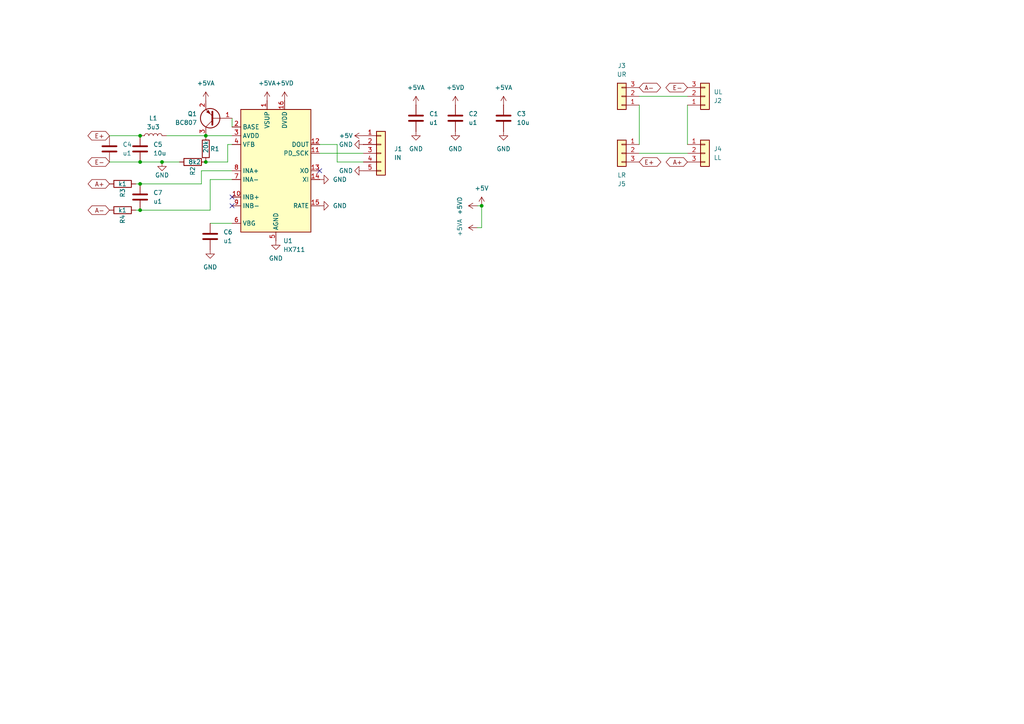
<source format=kicad_sch>
(kicad_sch (version 20250114) (generator "eeschema") (generator_version "9.0")
  (paper "A4")
  (lib_symbols
    (symbol "Analog_ADC:HX711"
      (property "Reference" "U" (at 5.08 21.59 0))
      (property "Value" "HX711" (at 7.62 19.05 0))
      (symbol "HX711_0_1"
        (rectangle (start -10.16 17.78) (end 10.16 -17.78) (stroke (width 0.254)) (fill (type background)))
      )
      (symbol "HX711_1_1"
        (pin passive line (at -12.7 12.7 0) (length 2.54) (name "BASE") (number "2"))
        (pin power_in line (at -12.7 10.16 0) (length 2.54) (name "AVDD") (number "3"))
        (pin input line (at -12.7 7.62 0) (length 2.54) (name "VFB") (number "4"))
        (pin input line (at -12.7 0 0) (length 2.54) (name "INA+") (number "8"))
        (pin input line (at -12.7 -2.54 0) (length 2.54) (name "INA-") (number "7"))
        (pin input line (at -12.7 -7.62 0) (length 2.54) (name "INB+") (number "10"))
        (pin input line (at -12.7 -10.16 0) (length 2.54) (name "INB-") (number "9"))
        (pin passive line (at -12.7 -15.24 0) (length 2.54) (name "VBG") (number "6"))
        (pin power_in line (at -2.54 20.32 270) (length 2.54) (name "VSUP") (number "1"))
        (pin power_in line (at 0 -20.32 90) (length 2.54) (name "AGND") (number "5"))
        (pin power_in line (at 2.54 20.32 270) (length 2.54) (name "DVDD") (number "16"))
        (pin output line (at 12.7 7.62 180) (length 2.54) (name "DOUT") (number "12"))
        (pin input line (at 12.7 5.08 180) (length 2.54) (name "PD_SCK") (number "11"))
        (pin passive line (at 12.7 0 180) (length 2.54) (name "XO") (number "13"))
        (pin passive line (at 12.7 -2.54 180) (length 2.54) (name "XI") (number "14"))
        (pin input line (at 12.7 -10.16 180) (length 2.54) (name "RATE") (number "15"))
      )
    )
    (symbol "Connector_Generic:Conn_01x03" (pin_names (offset 1.016) (hide yes))
      (property "Reference" "J" (at 0 5.08 0))
      (property "Value" "Conn_01x03" (at 0 -5.08 0))
      (symbol "Conn_01x03_1_1"
        (rectangle (start -1.27 3.81) (end 1.27 -3.81) (stroke (width 0.254)) (fill (type background)))
        (rectangle (start -1.27 2.667) (end 0 2.413) (stroke (width 0.1524)))
        (rectangle (start -1.27 0.127) (end 0 -0.127) (stroke (width 0.1524)))
        (rectangle (start -1.27 -2.413) (end 0 -2.667) (stroke (width 0.1524)))
        (pin passive line (at -5.08 2.54 0) (length 3.81) (name "Pin_1") (number "1"))
        (pin passive line (at -5.08 0 0) (length 3.81) (name "Pin_2") (number "2"))
        (pin passive line (at -5.08 -2.54 0) (length 3.81) (name "Pin_3") (number "3"))
      )
    )
    (symbol "Connector_Generic:Conn_01x05" (pin_names (offset 1.016) (hide yes))
      (property "Reference" "J" (at 0 7.62 0))
      (property "Value" "Conn_01x05" (at 0 -7.62 0))
      (symbol "Conn_01x05_1_1"
        (rectangle (start -1.27 6.35) (end 1.27 -6.35) (stroke (width 0.254)) (fill (type background)))
        (rectangle (start -1.27 5.207) (end 0 4.953) (stroke (width 0.1524)))
        (rectangle (start -1.27 2.667) (end 0 2.413) (stroke (width 0.1524)))
        (rectangle (start -1.27 0.127) (end 0 -0.127) (stroke (width 0.1524)))
        (rectangle (start -1.27 -2.413) (end 0 -2.667) (stroke (width 0.1524)))
        (rectangle (start -1.27 -4.953) (end 0 -5.207) (stroke (width 0.1524)))
        (pin passive line (at -5.08 5.08 0) (length 3.81) (name "Pin_1") (number "1"))
        (pin passive line (at -5.08 2.54 0) (length 3.81) (name "Pin_2") (number "2"))
        (pin passive line (at -5.08 0 0) (length 3.81) (name "Pin_3") (number "3"))
        (pin passive line (at -5.08 -2.54 0) (length 3.81) (name "Pin_4") (number "4"))
        (pin passive line (at -5.08 -5.08 0) (length 3.81) (name "Pin_5") (number "5"))
      )
    )
    (symbol "Device:C" (pin_numbers (hide yes)) (pin_names (offset 0.254))
      (property "Reference" "C" (at 0.635 2.54 0))
      (property "Value" "C" (at 0.635 -2.54 0))
      (symbol "C_0_1"
        (polyline (pts (xy -2.032 0.762) (xy 2.032 0.762)) (stroke (width 0.508)))
        (polyline (pts (xy -2.032 -0.762) (xy 2.032 -0.762)) (stroke (width 0.508)))
      )
      (symbol "C_1_1"
        (pin passive line (at 0 3.81 270) (length 2.794) (name "~") (number "1"))
        (pin passive line (at 0 -3.81 90) (length 2.794) (name "~") (number "2"))
      )
    )
    (symbol "Device:L" (pin_numbers (hide yes)) (pin_names (offset 1.016) (hide yes))
      (property "Reference" "L" (at -1.27 0 90))
      (property "Value" "L" (at 1.905 0 90))
      (symbol "L_0_1"
        (arc (start 0 2.54) (mid 0.6323 1.905) (end 0 1.27))
        (arc (start 0 1.27) (mid 0.6323 0.635) (end 0 0))
        (arc (start 0 0) (mid 0.6323 -0.635) (end 0 -1.27))
        (arc (start 0 -1.27) (mid 0.6323 -1.905) (end 0 -2.54))
      )
      (symbol "L_1_1"
        (pin passive line (at 0 3.81 270) (length 1.27) (name "1") (number "1"))
        (pin passive line (at 0 -3.81 90) (length 1.27) (name "2") (number "2"))
      )
    )
    (symbol "Device:R" (pin_numbers (hide yes)) (pin_names (offset 0))
      (property "Reference" "R" (at 2.032 0 90))
      (property "Value" "R" (at 0 0 90))
      (symbol "R_0_1"
        (rectangle (start -1.016 -2.54) (end 1.016 2.54) (stroke (width 0.254)))
      )
      (symbol "R_1_1"
        (pin passive line (at 0 3.81 270) (length 1.27) (name "~") (number "1"))
        (pin passive line (at 0 -3.81 90) (length 1.27) (name "~") (number "2"))
      )
    )
    (symbol "Transistor_BJT:BC807" (pin_names (offset 0) (hide yes))
      (property "Reference" "Q" (at 5.08 1.905 0))
      (property "Value" "BC807" (at 5.08 0 0))
      (symbol "BC807_0_1"
        (polyline (pts (xy -2.54 0) (xy 0.635 0)))
        (polyline (pts (xy 0.635 1.905) (xy 0.635 -1.905)) (stroke (width 0.508)))
        (polyline (pts (xy 0.635 0.635) (xy 2.54 2.54)))
        (polyline (pts (xy 0.635 -0.635) (xy 2.54 -2.54)))
        (circle (center 1.27 0) (radius 2.8194) (stroke (width 0.254)))
        (polyline (pts (xy 2.286 -1.778) (xy 1.778 -2.286) (xy 1.27 -1.27) (xy 2.286 -1.778)) (fill (type outline)))
      )
      (symbol "BC807_1_1"
        (pin input line (at -5.08 0 0) (length 2.54) (name "B") (number "1"))
        (pin passive line (at 2.54 5.08 270) (length 2.54) (name "C") (number "3"))
        (pin passive line (at 2.54 -5.08 90) (length 2.54) (name "E") (number "2"))
      )
    )
    (symbol "power:+5V" (power) (pin_numbers (hide yes)) (pin_names (offset 0) (hide yes))
      (property "Value" "+5V" (at 0 3.556 0))
      (symbol "+5V_0_1"
        (polyline (pts (xy -0.762 1.27) (xy 0 2.54)))
        (polyline (pts (xy 0 2.54) (xy 0.762 1.27)))
        (polyline (pts (xy 0 0) (xy 0 2.54)))
      )
      (symbol "+5V_1_1"
        (pin power_in line (at 0 0 90) (length 0) (name "~") (number "1"))
      )
    )
    (symbol "power:+5VA" (power) (pin_numbers (hide yes)) (pin_names (offset 0) (hide yes))
      (property "Value" "+5VA" (at 0 3.556 0))
      (symbol "+5VA_0_1"
        (polyline (pts (xy -0.762 1.27) (xy 0 2.54)))
        (polyline (pts (xy 0 2.54) (xy 0.762 1.27)))
        (polyline (pts (xy 0 0) (xy 0 2.54)))
      )
      (symbol "+5VA_1_1"
        (pin power_in line (at 0 0 90) (length 0) (name "~") (number "1"))
      )
    )
    (symbol "power:+5VD" (power) (pin_numbers (hide yes)) (pin_names (offset 0) (hide yes))
      (property "Value" "+5VD" (at 0 3.556 0))
      (symbol "+5VD_0_1"
        (polyline (pts (xy -0.762 1.27) (xy 0 2.54)))
        (polyline (pts (xy 0 2.54) (xy 0.762 1.27)))
        (polyline (pts (xy 0 0) (xy 0 2.54)))
      )
      (symbol "+5VD_1_1"
        (pin power_in line (at 0 0 90) (length 0) (name "~") (number "1"))
      )
    )
    (symbol "power:GND" (power) (pin_numbers (hide yes)) (pin_names (offset 0) (hide yes))
      (property "Value" "GND" (at 0 -3.81 0))
      (symbol "GND_0_1"
        (polyline (pts (xy 0 0) (xy 0 -1.27) (xy 1.27 -1.27) (xy 0 -2.54) (xy -1.27 -1.27) (xy 0 -1.27)))
      )
      (symbol "GND_1_1"
        (pin power_in line (at 0 0 270) (length 0) (name "~") (number "1"))
      )
    )
  )
  (junction (at 40.64 46.99))
  (junction (at 40.64 53.34))
  (junction (at 59.69 46.99))
  (junction (at 40.64 60.96))
  (junction (at 59.69 39.37))
  (junction (at 40.64 39.37))
  (junction (at 139.7 59.69))
  (junction (at 46.99 46.99))
  (no_connect (at 67.31 59.69))
  (no_connect (at 67.31 57.15))
  (no_connect (at 92.71 49.53))
  (wire (pts (xy 60.96 64.77) (xy 67.31 64.77)))
  (wire (pts (xy 139.7 66.04) (xy 139.7 59.69)))
  (wire (pts (xy 97.79 41.91) (xy 97.79 46.99)))
  (wire (pts (xy 66.04 46.99) (xy 59.69 46.99)))
  (wire (pts (xy 58.42 49.53) (xy 58.42 53.34)))
  (wire (pts (xy 40.64 46.99) (xy 46.99 46.99)))
  (wire (pts (xy 58.42 49.53) (xy 67.31 49.53)))
  (wire (pts (xy 138.43 59.69) (xy 139.7 59.69)))
  (wire (pts (xy 39.37 60.96) (xy 40.64 60.96)))
  (wire (pts (xy 67.31 34.29) (xy 67.31 36.83)))
  (wire (pts (xy 67.31 52.07) (xy 60.96 52.07)))
  (wire (pts (xy 185.42 44.45) (xy 199.39 44.45)))
  (wire (pts (xy 185.42 27.94) (xy 199.39 27.94)))
  (wire (pts (xy 67.31 41.91) (xy 66.04 41.91)))
  (wire (pts (xy 48.26 39.37) (xy 59.69 39.37)))
  (wire (pts (xy 60.96 60.96) (xy 40.64 60.96)))
  (wire (pts (xy 92.71 44.45) (xy 105.41 44.45)))
  (wire (pts (xy 60.96 52.07) (xy 60.96 60.96)))
  (wire (pts (xy 92.71 41.91) (xy 97.79 41.91)))
  (wire (pts (xy 58.42 53.34) (xy 40.64 53.34)))
  (wire (pts (xy 31.75 46.99) (xy 40.64 46.99)))
  (wire (pts (xy 31.75 39.37) (xy 40.64 39.37)))
  (wire (pts (xy 185.42 30.48) (xy 185.42 41.91)))
  (wire (pts (xy 59.69 39.37) (xy 67.31 39.37)))
  (wire (pts (xy 97.79 46.99) (xy 105.41 46.99)))
  (wire (pts (xy 46.99 46.99) (xy 52.07 46.99)))
  (wire (pts (xy 138.43 66.04) (xy 139.7 66.04)))
  (wire (pts (xy 39.37 53.34) (xy 40.64 53.34)))
  (wire (pts (xy 199.39 30.48) (xy 199.39 41.91)))
  (wire (pts (xy 66.04 41.91) (xy 66.04 46.99)))
  (global_label "A-" (shape bidirectional) (at 185.42 25.4 0) (property "Intersheetrefs" "${INTERSHEET_REFS}" (effects (hide yes))))
  (global_label "E-" (shape bidirectional) (at 199.39 25.4 180) (property "Intersheetrefs" "${INTERSHEET_REFS}" (effects (hide yes))))
  (global_label "A+" (shape bidirectional) (at 31.75 53.34 180) (property "Intersheetrefs" "${INTERSHEET_REFS}" (effects (hide yes))))
  (global_label "E+" (shape bidirectional) (at 185.42 46.99 0) (property "Intersheetrefs" "${INTERSHEET_REFS}" (effects (hide yes))))
  (global_label "A+" (shape bidirectional) (at 199.39 46.99 180) (property "Intersheetrefs" "${INTERSHEET_REFS}" (effects (hide yes))))
  (global_label "E-" (shape bidirectional) (at 31.75 46.99 180) (property "Intersheetrefs" "${INTERSHEET_REFS}" (effects (hide yes))))
  (global_label "A-" (shape bidirectional) (at 31.75 60.96 180) (property "Intersheetrefs" "${INTERSHEET_REFS}" (effects (hide yes))))
  (global_label "E+" (shape bidirectional) (at 31.75 39.37 180) (property "Intersheetrefs" "${INTERSHEET_REFS}" (effects (hide yes))))
  (symbol (lib_id "Device:R") (at 35.56 53.34 270) (unit 1)
    (property "Reference" "R3" (at 35.56 54.61 0) (effects (justify left)))
    (property "Value" "k1" (at 34.29 53.34 90) (effects (justify left)))
    (property "Footprint" "Resistor_SMD:R_0805_2012Metric_Pad1.20x1.40mm_HandSolder" (effects (hide yes)))
    (property "Description" "Resistor" (effects (hide yes)))
  )
  (symbol (lib_id "power:+5VA") (at 146.05 30.48 0) (unit 1)
    (property "Reference" "#PWR08" (effects (hide yes)))
    (property "Value" "+5VA" (at 146.05 25.4 0))
    (property "Description" "Power symbol creates a global label with name \"+5VA\"" (effects (hide yes)))
  )
  (symbol (lib_id "Device:C") (at 132.08 34.29 0) (unit 1)
    (property "Reference" "C2" (at 135.89 33.0199 0) (effects (justify left)))
    (property "Value" "u1" (at 135.89 35.5599 0) (effects (justify left)))
    (property "Footprint" "Capacitor_SMD:C_0805_2012Metric_Pad1.18x1.45mm_HandSolder" (effects (hide yes)))
    (property "Description" "Unpolarized capacitor" (effects (hide yes)))
  )
  (symbol (lib_id "power:GND") (at 120.65 38.1 0) (unit 1)
    (property "Reference" "#PWR03" (effects (hide yes)))
    (property "Value" "GND" (at 120.65 43.18 0))
    (property "Description" "Power symbol creates a global label with name \"GND\" , ground" (effects (hide yes)))
  )
  (symbol (lib_id "power:+5V") (at 105.41 39.37 90) (unit 1)
    (property "Reference" "#PWR02" (effects (hide yes)))
    (property "Value" "+5V" (at 100.33 39.37 90))
    (property "Description" "Power symbol creates a global label with name \"+5V\"" (effects (hide yes)))
  )
  (symbol (lib_id "power:GND") (at 105.41 49.53 270) (unit 1)
    (property "Reference" "#PWR020" (effects (hide yes)))
    (property "Value" "GND" (at 100.33 49.53 90))
    (property "Description" "Power symbol creates a global label with name \"GND\" , ground" (effects (hide yes)))
  )
  (symbol (lib_id "Connector_Generic:Conn_01x03") (at 180.34 44.45 0) (mirror y) (unit 1)
    (property "Reference" "J5" (at 180.34 53.34 0))
    (property "Value" "LR" (at 180.34 50.8 0))
    (property "Footprint" "Connector_JST:JST_XH_B3B-XH-A_1x03_P2.50mm_Vertical" (effects (hide yes)))
    (property "Description" "Generic connector, single row, 01x03, script generated (kicad-library-utils/schlib/autogen/connector/)" (effects (hide yes)))
  )
  (symbol (lib_id "Connector_Generic:Conn_01x03") (at 204.47 44.45 0) (unit 1)
    (property "Reference" "J4" (at 207.01 43.1799 0) (effects (justify left)))
    (property "Value" "LL" (at 207.01 45.7199 0) (effects (justify left)))
    (property "Footprint" "Connector_JST:JST_XH_B3B-XH-A_1x03_P2.50mm_Vertical" (effects (hide yes)))
    (property "Description" "Generic connector, single row, 01x03, script generated (kicad-library-utils/schlib/autogen/connector/)" (effects (hide yes)))
  )
  (symbol (lib_id "Device:R") (at 59.69 43.18 0) (unit 1)
    (property "Reference" "R1" (at 60.96 43.18 0) (effects (justify left)))
    (property "Value" "20k" (at 59.69 44.45 90) (effects (justify left)))
    (property "Footprint" "Resistor_SMD:R_0805_2012Metric_Pad1.20x1.40mm_HandSolder" (effects (hide yes)))
    (property "Description" "Resistor" (effects (hide yes)))
  )
  (symbol (lib_id "power:GND") (at 80.01 69.85 0) (unit 1)
    (property "Reference" "#PWR010" (effects (hide yes)))
    (property "Value" "GND" (at 80.01 74.93 0))
    (property "Description" "Power symbol creates a global label with name \"GND\" , ground" (effects (hide yes)))
  )
  (symbol (lib_id "power:+5V") (at 139.7 59.69 0) (unit 1)
    (property "Reference" "#PWR017" (effects (hide yes)))
    (property "Value" "+5V" (at 139.7 54.61 0))
    (property "Description" "Power symbol creates a global label with name \"+5V\"" (effects (hide yes)))
  )
  (symbol (lib_id "Device:C") (at 60.96 68.58 0) (unit 1)
    (property "Reference" "C6" (at 64.77 67.3099 0) (effects (justify left)))
    (property "Value" "u1" (at 64.77 69.8499 0) (effects (justify left)))
    (property "Footprint" "Capacitor_SMD:C_0805_2012Metric_Pad1.18x1.45mm_HandSolder" (effects (hide yes)))
    (property "Description" "Unpolarized capacitor" (effects (hide yes)))
  )
  (symbol (lib_id "Device:C") (at 40.64 43.18 0) (unit 1)
    (property "Reference" "C5" (at 44.45 41.9099 0) (effects (justify left)))
    (property "Value" "10u" (at 44.45 44.4499 0) (effects (justify left)))
    (property "Footprint" "Capacitor_SMD:C_0805_2012Metric_Pad1.18x1.45mm_HandSolder" (effects (hide yes)))
    (property "Description" "Unpolarized capacitor" (effects (hide yes)))
  )
  (symbol (lib_id "power:GND") (at 132.08 38.1 0) (unit 1)
    (property "Reference" "#PWR04" (effects (hide yes)))
    (property "Value" "GND" (at 132.08 43.18 0))
    (property "Description" "Power symbol creates a global label with name \"GND\" , ground" (effects (hide yes)))
  )
  (symbol (lib_id "power:+5VD") (at 132.08 30.48 0) (unit 1)
    (property "Reference" "#PWR07" (effects (hide yes)))
    (property "Value" "+5VD" (at 132.08 25.4 0))
    (property "Description" "Power symbol creates a global label with name \"+5VD\"" (effects (hide yes)))
  )
  (symbol (lib_id "Connector_Generic:Conn_01x03") (at 204.47 27.94 0) (mirror x) (unit 1)
    (property "Reference" "J2" (at 207.01 29.2101 0) (effects (justify left)))
    (property "Value" "UL" (at 207.01 26.6701 0) (effects (justify left)))
    (property "Footprint" "Connector_JST:JST_XH_B3B-XH-A_1x03_P2.50mm_Vertical" (effects (hide yes)))
    (property "Description" "Generic connector, single row, 01x03, script generated (kicad-library-utils/schlib/autogen/connector/)" (effects (hide yes)))
  )
  (symbol (lib_id "power:GND") (at 46.99 46.99 0) (unit 1)
    (property "Reference" "#PWR014" (effects (hide yes)))
    (property "Value" "GND" (at 46.99 50.8 0))
    (property "Description" "Power symbol creates a global label with name \"GND\" , ground" (effects (hide yes)))
  )
  (symbol (lib_id "Device:R") (at 35.56 60.96 270) (unit 1)
    (property "Reference" "R4" (at 35.56 62.23 0) (effects (justify left)))
    (property "Value" "k1" (at 34.29 60.96 90) (effects (justify left)))
    (property "Footprint" "Resistor_SMD:R_0805_2012Metric_Pad1.20x1.40mm_HandSolder" (effects (hide yes)))
    (property "Description" "Resistor" (effects (hide yes)))
  )
  (symbol (lib_id "Device:C") (at 120.65 34.29 0) (unit 1)
    (property "Reference" "C1" (at 124.46 33.0199 0) (effects (justify left)))
    (property "Value" "u1" (at 124.46 35.5599 0) (effects (justify left)))
    (property "Footprint" "Capacitor_SMD:C_0805_2012Metric_Pad1.18x1.45mm_HandSolder" (effects (hide yes)))
    (property "Description" "Unpolarized capacitor" (effects (hide yes)))
  )
  (symbol (lib_id "power:GND") (at 92.71 59.69 90) (unit 1)
    (property "Reference" "#PWR011" (effects (hide yes)))
    (property "Value" "GND" (at 96.52 59.6899 90) (effects (justify right)))
    (property "Description" "Power symbol creates a global label with name \"GND\" , ground" (effects (hide yes)))
  )
  (symbol (lib_id "power:+5VA") (at 138.43 66.04 90) (unit 1)
    (property "Reference" "#PWR018" (effects (hide yes)))
    (property "Value" "+5VA" (at 133.35 66.04 0))
    (property "Description" "Power symbol creates a global label with name \"+5VA\"" (effects (hide yes)))
  )
  (symbol (lib_id "Connector_Generic:Conn_01x03") (at 180.34 27.94 180) (unit 1)
    (property "Reference" "J3" (at 180.34 19.05 0))
    (property "Value" "UR" (at 180.34 21.59 0))
    (property "Footprint" "Connector_JST:JST_XH_B3B-XH-A_1x03_P2.50mm_Vertical" (effects (hide yes)))
    (property "Description" "Generic connector, single row, 01x03, script generated (kicad-library-utils/schlib/autogen/connector/)" (effects (hide yes)))
  )
  (symbol (lib_id "power:GND") (at 92.71 52.07 90) (unit 1)
    (property "Reference" "#PWR012" (effects (hide yes)))
    (property "Value" "GND" (at 96.52 52.0699 90) (effects (justify right)))
    (property "Description" "Power symbol creates a global label with name \"GND\" , ground" (effects (hide yes)))
  )
  (symbol (lib_id "Device:C") (at 40.64 57.15 0) (unit 1)
    (property "Reference" "C7" (at 44.45 55.8799 0) (effects (justify left)))
    (property "Value" "u1" (at 44.45 58.4199 0) (effects (justify left)))
    (property "Footprint" "Capacitor_SMD:C_0805_2012Metric_Pad1.18x1.45mm_HandSolder" (effects (hide yes)))
    (property "Description" "Unpolarized capacitor" (effects (hide yes)))
  )
  (symbol (lib_id "Device:C") (at 31.75 43.18 0) (unit 1)
    (property "Reference" "C4" (at 35.56 41.9099 0) (effects (justify left)))
    (property "Value" "u1" (at 35.56 44.4499 0) (effects (justify left)))
    (property "Footprint" "Capacitor_SMD:C_0805_2012Metric_Pad1.18x1.45mm_HandSolder" (effects (hide yes)))
    (property "Description" "Unpolarized capacitor" (effects (hide yes)))
  )
  (symbol (lib_id "power:+5VA") (at 77.47 29.21 0) (unit 1)
    (property "Reference" "#PWR016" (effects (hide yes)))
    (property "Value" "+5VA" (at 77.47 24.13 0))
    (property "Description" "Power symbol creates a global label with name \"+5VA\"" (effects (hide yes)))
  )
  (symbol (lib_id "power:+5VD") (at 82.55 29.21 0) (unit 1)
    (property "Reference" "#PWR015" (effects (hide yes)))
    (property "Value" "+5VD" (at 82.55 24.13 0))
    (property "Description" "Power symbol creates a global label with name \"+5VD\"" (effects (hide yes)))
  )
  (symbol (lib_id "power:+5VD") (at 138.43 59.69 90) (unit 1)
    (property "Reference" "#PWR019" (effects (hide yes)))
    (property "Value" "+5VD" (at 133.35 59.69 0))
    (property "Description" "Power symbol creates a global label with name \"+5VD\"" (effects (hide yes)))
  )
  (symbol (lib_id "power:GND") (at 146.05 38.1 0) (unit 1)
    (property "Reference" "#PWR05" (effects (hide yes)))
    (property "Value" "GND" (at 146.05 43.18 0))
    (property "Description" "Power symbol creates a global label with name \"GND\" , ground" (effects (hide yes)))
  )
  (symbol (lib_id "power:GND") (at 60.96 72.39 0) (unit 1)
    (property "Reference" "#PWR013" (effects (hide yes)))
    (property "Value" "GND" (at 60.96 77.47 0))
    (property "Description" "Power symbol creates a global label with name \"GND\" , ground" (effects (hide yes)))
  )
  (symbol (lib_id "power:+5VA") (at 59.69 29.21 0) (unit 1)
    (property "Reference" "#PWR09" (effects (hide yes)))
    (property "Value" "+5VA" (at 59.69 24.13 0))
    (property "Description" "Power symbol creates a global label with name \"+5VA\"" (effects (hide yes)))
  )
  (symbol (lib_id "power:+5VA") (at 120.65 30.48 0) (unit 1)
    (property "Reference" "#PWR06" (effects (hide yes)))
    (property "Value" "+5VA" (at 120.65 25.4 0))
    (property "Description" "Power symbol creates a global label with name \"+5VA\"" (effects (hide yes)))
  )
  (symbol (lib_id "Device:R") (at 55.88 46.99 270) (unit 1)
    (property "Reference" "R2" (at 55.88 48.26 0) (effects (justify left)))
    (property "Value" "8k2" (at 54.61 46.99 90) (effects (justify left)))
    (property "Footprint" "Resistor_SMD:R_0805_2012Metric_Pad1.20x1.40mm_HandSolder" (effects (hide yes)))
    (property "Description" "Resistor" (effects (hide yes)))
  )
  (symbol (lib_id "Transistor_BJT:BC807") (at 62.23 34.29 180) (unit 1)
    (property "Reference" "Q1" (at 57.15 33.0199 0) (effects (justify left)))
    (property "Value" "BC807" (at 57.15 35.5599 0) (effects (justify left)))
    (property "Footprint" "Package_TO_SOT_SMD:SOT-23_Handsoldering" (effects (hide yes)))
    (property "Datasheet" "https://www.onsemi.com/pub/Collateral/BC808-D.pdf" (effects (hide yes)))
    (property "Description" "0.8A Ic, 45V Vce, PNP Transistor, SOT-23" (effects (hide yes)))
  )
  (symbol (lib_id "Device:L") (at 44.45 39.37 90) (unit 1)
    (property "Reference" "L1" (at 44.45 34.29 90))
    (property "Value" "3u3" (at 44.45 36.83 90))
    (property "Footprint" "Inductor_SMD:L_0805_2012Metric_Pad1.15x1.40mm_HandSolder" (effects (hide yes)))
    (property "Description" "Inductor" (effects (hide yes)))
  )
  (symbol (lib_id "Analog_ADC:HX711") (at 80.01 49.53 0) (unit 1)
    (property "Reference" "U1" (at 82.1533 69.85 0) (effects (justify left)))
    (property "Value" "HX711" (at 82.1533 72.39 0) (effects (justify left)))
    (property "Footprint" "Package_SO:SOIC-16_3.9x9.9mm_P1.27mm" (effects (hide yes)))
    (property "Datasheet" "https://web.archive.org/web/20220615044707/https://akizukidenshi.com/download/ds/avia/hx711.pdf" (effects (hide yes)))
    (property "Description" "24-bit Analog-to-Digital Converter (ADC) for Weight Scales, SOIC-16 (SOP-16)" (effects (hide yes)))
  )
  (symbol (lib_id "Device:C") (at 146.05 34.29 0) (unit 1)
    (property "Reference" "C3" (at 149.86 33.0199 0) (effects (justify left)))
    (property "Value" "10u" (at 149.86 35.5599 0) (effects (justify left)))
    (property "Footprint" "Capacitor_SMD:C_0805_2012Metric_Pad1.18x1.45mm_HandSolder" (effects (hide yes)))
    (property "Description" "Unpolarized capacitor" (effects (hide yes)))
  )
  (symbol (lib_id "power:GND") (at 105.41 41.91 270) (unit 1)
    (property "Reference" "#PWR01" (effects (hide yes)))
    (property "Value" "GND" (at 100.33 41.91 90))
    (property "Description" "Power symbol creates a global label with name \"GND\" , ground" (effects (hide yes)))
  )
  (symbol (lib_id "Connector_Generic:Conn_01x05") (at 110.49 44.45 0) (unit 1)
    (property "Reference" "J1" (at 114.3 43.1799 0) (effects (justify left)))
    (property "Value" "IN" (at 114.3 45.7199 0) (effects (justify left)))
    (property "Footprint" "liebler_CONN:M12-5" (effects (hide yes)))
    (property "Description" "Generic connector, single row, 01x05, script generated (kicad-library-utils/schlib/autogen/connector/)" (effects (hide yes)))
  )
)
</source>
